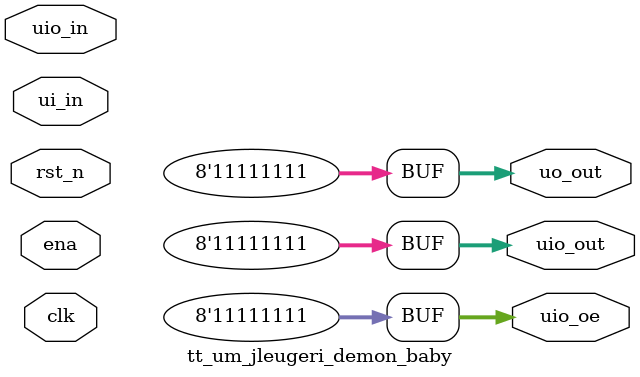
<source format=v>
`default_nettype none

module tt_um_jleugeri_demon_baby #( parameter MAX_COUNT = 10_000_000 ) (
    input  wire [7:0] ui_in,    // Dedicated inputs
    output wire [7:0] uo_out,   // Dedicated outputs
    input  wire [7:0] uio_in,   // IOs: Bidirectional Input path
    output wire [7:0] uio_out,  // IOs: Bidirectional Output path
    output wire [7:0] uio_oe,   // IOs: Bidirectional Enable path (active high: 0=input, 1=output)
    input  wire       ena,      // will go high when the design is enabled
    input  wire       clk,      // clock
    input  wire       rst_n     // reset_n - low to reset
);

    wire reset = ! rst_n;

    // set up direction of bidirectional IOs
    assign uio_oe = 8'b11111111;
    assign uo_out = 8'b11111111;
    assign uio_out = 8'b11111111;


    always @(posedge clk) begin
        // if reset, reset all internal registers
        if (reset) begin
        end else begin
        end
    end

    // instantiate submodules

endmodule

</source>
